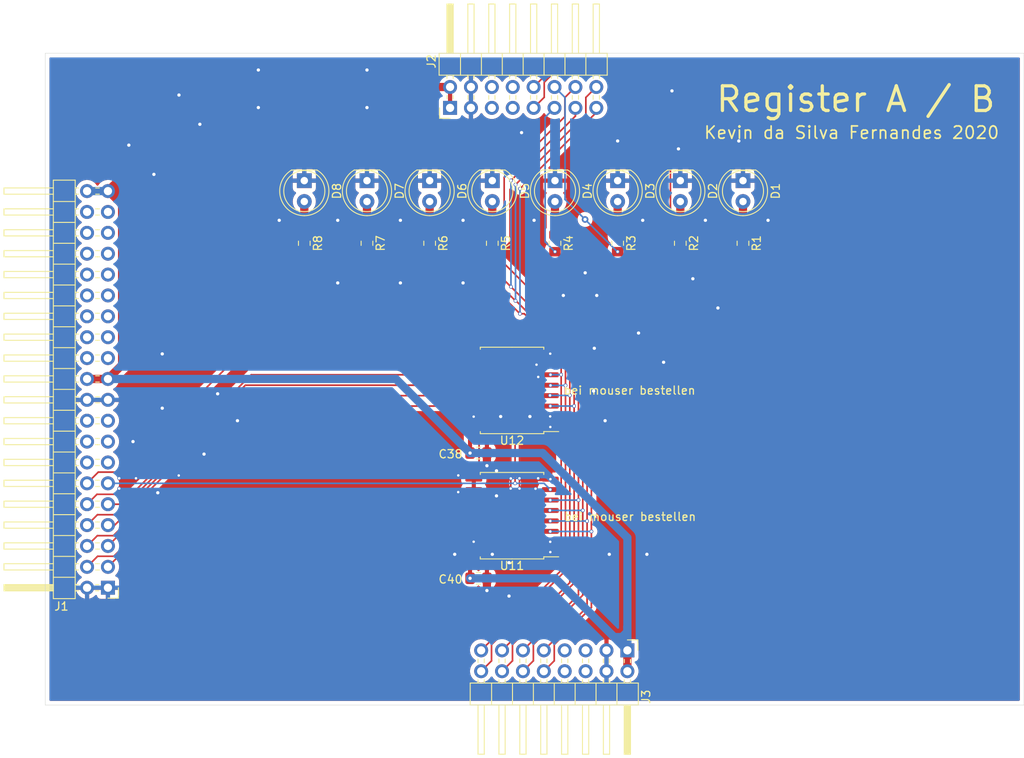
<source format=kicad_pcb>
(kicad_pcb (version 20200625) (host pcbnew "(5.99.0-2101-geb1ff80d5)")
  (layers (0 "F.Cu" signal) (31 "B.Cu" signal) (34 "B.Paste" user hide) (35 "F.Paste" user hide) (36 "B.SilkS" user hide) (37 "F.SilkS" user) (38 "B.Mask" user hide) (39 "F.Mask" user hide) (44 "Edge.Cuts" user))
  (net 0 "")
  (net 1 "GND")
  (net 2 "+5V")
  (net 3 "Net-(D1-Pad2)")
  (net 4 "Net-(D2-Pad2)")
  (net 5 "Net-(D3-Pad2)")
  (net 6 "Net-(D4-Pad2)")
  (net 7 "Net-(D5-Pad2)")
  (net 8 "Net-(D6-Pad2)")
  (net 9 "Net-(D7-Pad2)")
  (net 10 "Net-(D8-Pad2)")
  (net 11 "~AI")
  (net 12 "CLK")
  (net 13 "/D7")
  (net 14 "/D6")
  (net 15 "/D5")
  (net 16 "/D4")
  (net 17 "/D3")
  (net 18 "/D2")
  (net 19 "/D1")
  (net 20 "/D0")
  (net 21 "/RA2")
  (net 22 "/RA3")
  (net 23 "/RA4")
  (net 24 "/RA5")
  (net 25 "/RA6")
  (net 26 "/RA7")
  (net 27 "/RA0")
  (net 28 "/RA1")
  (module "Package_SO:SOIC-16W_7.5x10.3mm_P1.27mm" (layer "F.Cu") (at 56.754986 41.020028 180)
    (fp_text reference "U12" (at 0 -6.1) (layer "F.SilkS"))
    (fp_text value "74LS173")
    (pad "16" smd roundrect (at 4.65 -4.445 180) (size 2.05 0.6) (layers "F.Cu" "F.Paste" "F.Mask") (net 2 "+5V"))
    (pad "15" smd roundrect (at 4.65 -3.175 180) (size 2.05 0.6) (layers "F.Cu" "F.Paste" "F.Mask") (net 1 "GND"))
    (pad "14" smd roundrect (at 4.65 -1.905 180) (size 2.05 0.6) (layers "F.Cu" "F.Paste" "F.Mask") (net 16 "/D4"))
    (pad "13" smd roundrect (at 4.65 -0.635 180) (size 2.05 0.6) (layers "F.Cu" "F.Paste" "F.Mask") (net 15 "/D5"))
    (pad "12" smd roundrect (at 4.65 0.635 180) (size 2.05 0.6) (layers "F.Cu" "F.Paste" "F.Mask") (net 14 "/D6"))
    (pad "11" smd roundrect (at 4.65 1.905 180) (size 2.05 0.6) (layers "F.Cu" "F.Paste" "F.Mask") (net 13 "/D7"))
    (pad "10" smd roundrect (at 4.65 3.175 180) (size 2.05 0.6) (layers "F.Cu" "F.Paste" "F.Mask") (net 11 "~AI"))
    (pad "9" smd roundrect (at 4.65 4.445 180) (size 2.05 0.6) (layers "F.Cu" "F.Paste" "F.Mask") (net 11 "~AI"))
    (pad "8" smd roundrect (at -4.65 4.445 180) (size 2.05 0.6) (layers "F.Cu" "F.Paste" "F.Mask") (net 1 "GND"))
    (pad "7" smd roundrect (at -4.65 3.175 180) (size 2.05 0.6) (layers "F.Cu" "F.Paste" "F.Mask") (net 12 "CLK"))
    (pad "6" smd roundrect (at -4.65 1.905 180) (size 2.05 0.6) (layers "F.Cu" "F.Paste" "F.Mask") (net 26 "/RA7"))
    (pad "5" smd roundrect (at -4.65 0.635 180) (size 2.05 0.6) (layers "F.Cu" "F.Paste" "F.Mask") (net 25 "/RA6"))
    (pad "4" smd roundrect (at -4.65 -0.635 180) (size 2.05 0.6) (layers "F.Cu" "F.Paste" "F.Mask") (net 24 "/RA5"))
    (pad "3" smd roundrect (at -4.65 -1.905 180) (size 2.05 0.6) (layers "F.Cu" "F.Paste" "F.Mask") (net 23 "/RA4"))
    (pad "2" smd roundrect (at -4.65 -3.175 180) (size 2.05 0.6) (layers "F.Cu" "F.Paste" "F.Mask") (net 1 "GND"))
    (pad "1" smd roundrect (at -4.65 -4.445 180) (size 2.05 0.6) (layers "F.Cu" "F.Paste" "F.Mask") (net 1 "GND"))
  )
  (module "Package_SO:SOIC-16W_7.5x10.3mm_P1.27mm" (layer "F.Cu") (at 56.754986 56.260028 180)
    (fp_text reference "U11" (at 0 -6.1) (layer "F.SilkS"))
    (fp_text value "74LS173")
    (pad "16" smd roundrect (at 4.65 -4.445 180) (size 2.05 0.6) (layers "F.Cu" "F.Paste" "F.Mask") (net 2 "+5V"))
    (pad "15" smd roundrect (at 4.65 -3.175 180) (size 2.05 0.6) (layers "F.Cu" "F.Paste" "F.Mask") (net 1 "GND"))
    (pad "14" smd roundrect (at 4.65 -1.905 180) (size 2.05 0.6) (layers "F.Cu" "F.Paste" "F.Mask") (net 20 "/D0"))
    (pad "13" smd roundrect (at 4.65 -0.635 180) (size 2.05 0.6) (layers "F.Cu" "F.Paste" "F.Mask") (net 19 "/D1"))
    (pad "12" smd roundrect (at 4.65 0.635 180) (size 2.05 0.6) (layers "F.Cu" "F.Paste" "F.Mask") (net 18 "/D2"))
    (pad "11" smd roundrect (at 4.65 1.905 180) (size 2.05 0.6) (layers "F.Cu" "F.Paste" "F.Mask") (net 17 "/D3"))
    (pad "10" smd roundrect (at 4.65 3.175 180) (size 2.05 0.6) (layers "F.Cu" "F.Paste" "F.Mask") (net 11 "~AI"))
    (pad "9" smd roundrect (at 4.65 4.445 180) (size 2.05 0.6) (layers "F.Cu" "F.Paste" "F.Mask") (net 11 "~AI"))
    (pad "8" smd roundrect (at -4.65 4.445 180) (size 2.05 0.6) (layers "F.Cu" "F.Paste" "F.Mask") (net 1 "GND"))
    (pad "7" smd roundrect (at -4.65 3.175 180) (size 2.05 0.6) (layers "F.Cu" "F.Paste" "F.Mask") (net 12 "CLK"))
    (pad "6" smd roundrect (at -4.65 1.905 180) (size 2.05 0.6) (layers "F.Cu" "F.Paste" "F.Mask") (net 22 "/RA3"))
    (pad "5" smd roundrect (at -4.65 0.635 180) (size 2.05 0.6) (layers "F.Cu" "F.Paste" "F.Mask") (net 21 "/RA2"))
    (pad "4" smd roundrect (at -4.65 -0.635 180) (size 2.05 0.6) (layers "F.Cu" "F.Paste" "F.Mask") (net 28 "/RA1"))
    (pad "3" smd roundrect (at -4.65 -1.905 180) (size 2.05 0.6) (layers "F.Cu" "F.Paste" "F.Mask") (net 27 "/RA0"))
    (pad "2" smd roundrect (at -4.65 -3.175 180) (size 2.05 0.6) (layers "F.Cu" "F.Paste" "F.Mask") (net 1 "GND"))
    (pad "1" smd roundrect (at -4.65 -4.445 180) (size 2.05 0.6) (layers "F.Cu" "F.Paste" "F.Mask") (net 1 "GND"))
  )
  (module "Connector_PinHeader_2.54mm:PinHeader_2x08_P2.54mm_Horizontal" (layer "F.Cu") (at 70.78 72.644 -90)
    (fp_text reference "J3" (at 5.655 -2.27 -90) (layer "F.SilkS"))
    (fp_text value "Conn_02x08_Counter_Clockwise")
    (pad "16" thru_hole oval (at 2.54 17.78 270) (size 1.7 1.7) (drill 1) (layers *.Cu *.Mask) (net 25 "/RA6"))
    (pad "15" thru_hole oval (at 0 17.78 270) (size 1.7 1.7) (drill 1) (layers *.Cu *.Mask) (net 26 "/RA7"))
    (pad "14" thru_hole oval (at 2.54 15.24 270) (size 1.7 1.7) (drill 1) (layers *.Cu *.Mask) (net 23 "/RA4"))
    (pad "13" thru_hole oval (at 0 15.24 270) (size 1.7 1.7) (drill 1) (layers *.Cu *.Mask) (net 24 "/RA5"))
    (pad "12" thru_hole oval (at 2.54 12.7 270) (size 1.7 1.7) (drill 1) (layers *.Cu *.Mask) (net 21 "/RA2"))
    (pad "11" thru_hole oval (at 0 12.7 270) (size 1.7 1.7) (drill 1) (layers *.Cu *.Mask) (net 22 "/RA3"))
    (pad "10" thru_hole oval (at 2.54 10.16 270) (size 1.7 1.7) (drill 1) (layers *.Cu *.Mask) (net 27 "/RA0"))
    (pad "9" thru_hole oval (at 0 10.16 270) (size 1.7 1.7) (drill 1) (layers *.Cu *.Mask) (net 28 "/RA1"))
    (pad "8" thru_hole oval (at 2.54 7.62 270) (size 1.7 1.7) (drill 1) (layers *.Cu *.Mask))
    (pad "7" thru_hole oval (at 0 7.62 270) (size 1.7 1.7) (drill 1) (layers *.Cu *.Mask))
    (pad "6" thru_hole oval (at 2.54 5.08 270) (size 1.7 1.7) (drill 1) (layers *.Cu *.Mask))
    (pad "5" thru_hole oval (at 0 5.08 270) (size 1.7 1.7) (drill 1) (layers *.Cu *.Mask))
    (pad "4" thru_hole oval (at 2.54 2.54 270) (size 1.7 1.7) (drill 1) (layers *.Cu *.Mask) (net 1 "GND"))
    (pad "3" thru_hole oval (at 0 2.54 270) (size 1.7 1.7) (drill 1) (layers *.Cu *.Mask) (net 1 "GND"))
    (pad "2" thru_hole oval (at 2.54 0 270) (size 1.7 1.7) (drill 1) (layers *.Cu *.Mask) (net 2 "+5V"))
    (pad "1" thru_hole rect (at 0 0 270) (size 1.7 1.7) (drill 1) (layers *.Cu *.Mask) (net 2 "+5V"))
  )
  (module "Connector_PinHeader_2.54mm:PinHeader_2x08_P2.54mm_Horizontal" (layer "F.Cu") (at 49.22 6.64 90)
    (fp_text reference "J2" (at 5.655 -2.27 90) (layer "F.SilkS"))
    (fp_text value "Conn_02x08_Counter_Clockwise")
    (pad "16" thru_hole oval (at 2.54 17.78 90) (size 1.7 1.7) (drill 1) (layers *.Cu *.Mask) (net 25 "/RA6"))
    (pad "15" thru_hole oval (at 0 17.78 90) (size 1.7 1.7) (drill 1) (layers *.Cu *.Mask) (net 26 "/RA7"))
    (pad "14" thru_hole oval (at 2.54 15.24 90) (size 1.7 1.7) (drill 1) (layers *.Cu *.Mask) (net 23 "/RA4"))
    (pad "13" thru_hole oval (at 0 15.24 90) (size 1.7 1.7) (drill 1) (layers *.Cu *.Mask) (net 24 "/RA5"))
    (pad "12" thru_hole oval (at 2.54 12.7 90) (size 1.7 1.7) (drill 1) (layers *.Cu *.Mask) (net 21 "/RA2"))
    (pad "11" thru_hole oval (at 0 12.7 90) (size 1.7 1.7) (drill 1) (layers *.Cu *.Mask) (net 22 "/RA3"))
    (pad "10" thru_hole oval (at 2.54 10.16 90) (size 1.7 1.7) (drill 1) (layers *.Cu *.Mask) (net 27 "/RA0"))
    (pad "9" thru_hole oval (at 0 10.16 90) (size 1.7 1.7) (drill 1) (layers *.Cu *.Mask) (net 28 "/RA1"))
    (pad "8" thru_hole oval (at 2.54 7.62 90) (size 1.7 1.7) (drill 1) (layers *.Cu *.Mask))
    (pad "7" thru_hole oval (at 0 7.62 90) (size 1.7 1.7) (drill 1) (layers *.Cu *.Mask))
    (pad "6" thru_hole oval (at 2.54 5.08 90) (size 1.7 1.7) (drill 1) (layers *.Cu *.Mask))
    (pad "5" thru_hole oval (at 0 5.08 90) (size 1.7 1.7) (drill 1) (layers *.Cu *.Mask))
    (pad "4" thru_hole oval (at 2.54 2.54 90) (size 1.7 1.7) (drill 1) (layers *.Cu *.Mask) (net 1 "GND"))
    (pad "3" thru_hole oval (at 0 2.54 90) (size 1.7 1.7) (drill 1) (layers *.Cu *.Mask) (net 1 "GND"))
    (pad "2" thru_hole oval (at 2.54 0 90) (size 1.7 1.7) (drill 1) (layers *.Cu *.Mask) (net 2 "+5V"))
    (pad "1" thru_hole rect (at 0 0 90) (size 1.7 1.7) (drill 1) (layers *.Cu *.Mask) (net 2 "+5V"))
  )
  (module "Connector_PinHeader_2.54mm:PinHeader_2x20_P2.54mm_Horizontal" (layer "F.Cu") (at 7.62 65.024 180)
    (fp_text reference "J1" (at 5.655 -2.27) (layer "F.SilkS"))
    (fp_text value "Conn_02x20_Counter_Clockwise")
    (pad "40" thru_hole oval (at 2.54 48.26 180) (size 1.7 1.7) (drill 1) (layers *.Cu *.Mask) (net 2 "+5V"))
    (pad "39" thru_hole oval (at 0 48.26 180) (size 1.7 1.7) (drill 1) (layers *.Cu *.Mask) (net 2 "+5V"))
    (pad "38" thru_hole oval (at 2.54 45.72 180) (size 1.7 1.7) (drill 1) (layers *.Cu *.Mask))
    (pad "37" thru_hole oval (at 0 45.72 180) (size 1.7 1.7) (drill 1) (layers *.Cu *.Mask))
    (pad "36" thru_hole oval (at 2.54 43.18 180) (size 1.7 1.7) (drill 1) (layers *.Cu *.Mask))
    (pad "35" thru_hole oval (at 0 43.18 180) (size 1.7 1.7) (drill 1) (layers *.Cu *.Mask))
    (pad "34" thru_hole oval (at 2.54 40.64 180) (size 1.7 1.7) (drill 1) (layers *.Cu *.Mask))
    (pad "33" thru_hole oval (at 0 40.64 180) (size 1.7 1.7) (drill 1) (layers *.Cu *.Mask))
    (pad "32" thru_hole oval (at 2.54 38.1 180) (size 1.7 1.7) (drill 1) (layers *.Cu *.Mask))
    (pad "31" thru_hole oval (at 0 38.1 180) (size 1.7 1.7) (drill 1) (layers *.Cu *.Mask))
    (pad "30" thru_hole oval (at 2.54 35.56 180) (size 1.7 1.7) (drill 1) (layers *.Cu *.Mask))
    (pad "29" thru_hole oval (at 0 35.56 180) (size 1.7 1.7) (drill 1) (layers *.Cu *.Mask))
    (pad "28" thru_hole oval (at 2.54 33.02 180) (size 1.7 1.7) (drill 1) (layers *.Cu *.Mask))
    (pad "27" thru_hole oval (at 0 33.02 180) (size 1.7 1.7) (drill 1) (layers *.Cu *.Mask))
    (pad "26" thru_hole oval (at 2.54 30.48 180) (size 1.7 1.7) (drill 1) (layers *.Cu *.Mask))
    (pad "25" thru_hole oval (at 0 30.48 180) (size 1.7 1.7) (drill 1) (layers *.Cu *.Mask))
    (pad "24" thru_hole oval (at 2.54 27.94 180) (size 1.7 1.7) (drill 1) (layers *.Cu *.Mask))
    (pad "23" thru_hole oval (at 0 27.94 180) (size 1.7 1.7) (drill 1) (layers *.Cu *.Mask))
    (pad "22" thru_hole oval (at 2.54 25.4 180) (size 1.7 1.7) (drill 1) (layers *.Cu *.Mask) (net 2 "+5V"))
    (pad "21" thru_hole oval (at 0 25.4 180) (size 1.7 1.7) (drill 1) (layers *.Cu *.Mask) (net 2 "+5V"))
    (pad "20" thru_hole oval (at 2.54 22.86 180) (size 1.7 1.7) (drill 1) (layers *.Cu *.Mask) (net 1 "GND"))
    (pad "19" thru_hole oval (at 0 22.86 180) (size 1.7 1.7) (drill 1) (layers *.Cu *.Mask) (net 1 "GND"))
    (pad "18" thru_hole oval (at 2.54 20.32 180) (size 1.7 1.7) (drill 1) (layers *.Cu *.Mask))
    (pad "17" thru_hole oval (at 0 20.32 180) (size 1.7 1.7) (drill 1) (layers *.Cu *.Mask))
    (pad "16" thru_hole oval (at 2.54 17.78 180) (size 1.7 1.7) (drill 1) (layers *.Cu *.Mask))
    (pad "15" thru_hole oval (at 0 17.78 180) (size 1.7 1.7) (drill 1) (layers *.Cu *.Mask))
    (pad "14" thru_hole oval (at 2.54 15.24 180) (size 1.7 1.7) (drill 1) (layers *.Cu *.Mask))
    (pad "13" thru_hole oval (at 0 15.24 180) (size 1.7 1.7) (drill 1) (layers *.Cu *.Mask))
    (pad "12" thru_hole oval (at 2.54 12.7 180) (size 1.7 1.7) (drill 1) (layers *.Cu *.Mask) (net 11 "~AI"))
    (pad "11" thru_hole oval (at 0 12.7 180) (size 1.7 1.7) (drill 1) (layers *.Cu *.Mask) (net 12 "CLK"))
    (pad "10" thru_hole oval (at 2.54 10.16 180) (size 1.7 1.7) (drill 1) (layers *.Cu *.Mask) (net 13 "/D7"))
    (pad "9" thru_hole oval (at 0 10.16 180) (size 1.7 1.7) (drill 1) (layers *.Cu *.Mask) (net 14 "/D6"))
    (pad "8" thru_hole oval (at 2.54 7.62 180) (size 1.7 1.7) (drill 1) (layers *.Cu *.Mask) (net 15 "/D5"))
    (pad "7" thru_hole oval (at 0 7.62 180) (size 1.7 1.7) (drill 1) (layers *.Cu *.Mask) (net 16 "/D4"))
    (pad "6" thru_hole oval (at 2.54 5.08 180) (size 1.7 1.7) (drill 1) (layers *.Cu *.Mask) (net 17 "/D3"))
    (pad "5" thru_hole oval (at 0 5.08 180) (size 1.7 1.7) (drill 1) (layers *.Cu *.Mask) (net 18 "/D2"))
    (pad "4" thru_hole oval (at 2.54 2.54 180) (size 1.7 1.7) (drill 1) (layers *.Cu *.Mask) (net 19 "/D1"))
    (pad "3" thru_hole oval (at 0 2.54 180) (size 1.7 1.7) (drill 1) (layers *.Cu *.Mask) (net 20 "/D0"))
    (pad "2" thru_hole oval (at 2.54 0 180) (size 1.7 1.7) (drill 1) (layers *.Cu *.Mask) (net 1 "GND"))
    (pad "1" thru_hole rect (at 0 0 180) (size 1.7 1.7) (drill 1) (layers *.Cu *.Mask) (net 1 "GND"))
  )
  (module "Resistor_SMD:R_0805_2012Metric_Pad1.15x1.40mm_HandSolder" (layer "F.Cu") (at 31.496 23.114 -90)
    (fp_text reference "R8" (at 0 -1.65 90) (layer "F.SilkS"))
    (fp_text value "R")
    (pad "2" smd roundrect (at 1.025 0 270) (size 1.15 1.4) (layers "F.Cu" "F.Paste" "F.Mask") (roundrect_rratio 0.217391) (net 26 "/RA7"))
    (pad "1" smd roundrect (at -1.025 0 270) (size 1.15 1.4) (layers "F.Cu" "F.Paste" "F.Mask") (roundrect_rratio 0.217391) (net 10 "Net-(D8-Pad2)"))
  )
  (module "Resistor_SMD:R_0805_2012Metric_Pad1.15x1.40mm_HandSolder" (layer "F.Cu") (at 39.116 23.114 -90)
    (fp_text reference "R7" (at 0 -1.65 90) (layer "F.SilkS"))
    (fp_text value "R")
    (pad "2" smd roundrect (at 1.025 0 270) (size 1.15 1.4) (layers "F.Cu" "F.Paste" "F.Mask") (roundrect_rratio 0.217391) (net 25 "/RA6"))
    (pad "1" smd roundrect (at -1.025 0 270) (size 1.15 1.4) (layers "F.Cu" "F.Paste" "F.Mask") (roundrect_rratio 0.217391) (net 9 "Net-(D7-Pad2)"))
  )
  (module "Resistor_SMD:R_0805_2012Metric_Pad1.15x1.40mm_HandSolder" (layer "F.Cu") (at 46.736 23.114 -90)
    (fp_text reference "R6" (at 0 -1.65 90) (layer "F.SilkS"))
    (fp_text value "R")
    (pad "2" smd roundrect (at 1.025 0 270) (size 1.15 1.4) (layers "F.Cu" "F.Paste" "F.Mask") (roundrect_rratio 0.217391) (net 24 "/RA5"))
    (pad "1" smd roundrect (at -1.025 0 270) (size 1.15 1.4) (layers "F.Cu" "F.Paste" "F.Mask") (roundrect_rratio 0.217391) (net 8 "Net-(D6-Pad2)"))
  )
  (module "Resistor_SMD:R_0805_2012Metric_Pad1.15x1.40mm_HandSolder" (layer "F.Cu") (at 54.356 23.114 -90)
    (fp_text reference "R5" (at 0 -1.65 90) (layer "F.SilkS"))
    (fp_text value "R")
    (pad "2" smd roundrect (at 1.025 0 270) (size 1.15 1.4) (layers "F.Cu" "F.Paste" "F.Mask") (roundrect_rratio 0.217391) (net 23 "/RA4"))
    (pad "1" smd roundrect (at -1.025 0 270) (size 1.15 1.4) (layers "F.Cu" "F.Paste" "F.Mask") (roundrect_rratio 0.217391) (net 7 "Net-(D5-Pad2)"))
  )
  (module "Resistor_SMD:R_0805_2012Metric_Pad1.15x1.40mm_HandSolder" (layer "F.Cu") (at 61.976 23.114 -90)
    (fp_text reference "R4" (at 0 -1.65 90) (layer "F.SilkS"))
    (fp_text value "R")
    (pad "2" smd roundrect (at 1.025 0 270) (size 1.15 1.4) (layers "F.Cu" "F.Paste" "F.Mask") (roundrect_rratio 0.217391) (net 22 "/RA3"))
    (pad "1" smd roundrect (at -1.025 0 270) (size 1.15 1.4) (layers "F.Cu" "F.Paste" "F.Mask") (roundrect_rratio 0.217391) (net 6 "Net-(D4-Pad2)"))
  )
  (module "Resistor_SMD:R_0805_2012Metric_Pad1.15x1.40mm_HandSolder" (layer "F.Cu") (at 69.596 23.114 -90)
    (fp_text reference "R3" (at 0 -1.65 90) (layer "F.SilkS"))
    (fp_text value "R")
    (pad "2" smd roundrect (at 1.025 0 270) (size 1.15 1.4) (layers "F.Cu" "F.Paste" "F.Mask") (roundrect_rratio 0.217391) (net 21 "/RA2"))
    (pad "1" smd roundrect (at -1.025 0 270) (size 1.15 1.4) (layers "F.Cu" "F.Paste" "F.Mask") (roundrect_rratio 0.217391) (net 5 "Net-(D3-Pad2)"))
  )
  (module "Resistor_SMD:R_0805_2012Metric_Pad1.15x1.40mm_HandSolder" (layer "F.Cu") (at 77.216 23.114 -90)
    (fp_text reference "R2" (at 0 -1.65 90) (layer "F.SilkS"))
    (fp_text value "R")
    (pad "2" smd roundrect (at 1.025 0 270) (size 1.15 1.4) (layers "F.Cu" "F.Paste" "F.Mask") (roundrect_rratio 0.217391) (net 28 "/RA1"))
    (pad "1" smd roundrect (at -1.025 0 270) (size 1.15 1.4) (layers "F.Cu" "F.Paste" "F.Mask") (roundrect_rratio 0.217391) (net 4 "Net-(D2-Pad2)"))
  )
  (module "Resistor_SMD:R_0805_2012Metric_Pad1.15x1.40mm_HandSolder" (layer "F.Cu") (at 84.836 23.114 -90)
    (fp_text reference "R1" (at 0 -1.65 90) (layer "F.SilkS"))
    (fp_text value "R")
    (pad "2" smd roundrect (at 1.025 0 270) (size 1.15 1.4) (layers "F.Cu" "F.Paste" "F.Mask") (roundrect_rratio 0.217391) (net 27 "/RA0"))
    (pad "1" smd roundrect (at -1.025 0 270) (size 1.15 1.4) (layers "F.Cu" "F.Paste" "F.Mask") (roundrect_rratio 0.217391) (net 3 "Net-(D1-Pad2)"))
  )
  (module "LED_THT:LED_D5.0mm" (layer "F.Cu") (at 31.496 15.494 -90)
    (fp_text reference "D8" (at 1.27 -3.96 90) (layer "F.SilkS"))
    (fp_text value "LED")
    (pad "2" thru_hole circle (at 2.54 0 270) (size 1.8 1.8) (drill 0.9) (layers *.Cu *.Mask) (net 10 "Net-(D8-Pad2)"))
    (pad "1" thru_hole rect (at 0 0 270) (size 1.8 1.8) (drill 0.9) (layers *.Cu *.Mask) (net 1 "GND"))
  )
  (module "LED_THT:LED_D5.0mm" (layer "F.Cu") (at 39.116 15.494 -90)
    (fp_text reference "D7" (at 1.27 -3.96 90) (layer "F.SilkS"))
    (fp_text value "LED")
    (pad "2" thru_hole circle (at 2.54 0 270) (size 1.8 1.8) (drill 0.9) (layers *.Cu *.Mask) (net 9 "Net-(D7-Pad2)"))
    (pad "1" thru_hole rect (at 0 0 270) (size 1.8 1.8) (drill 0.9) (layers *.Cu *.Mask) (net 1 "GND"))
  )
  (module "LED_THT:LED_D5.0mm" (layer "F.Cu") (at 46.736 15.494 -90)
    (fp_text reference "D6" (at 1.27 -3.96 90) (layer "F.SilkS"))
    (fp_text value "LED")
    (pad "2" thru_hole circle (at 2.54 0 270) (size 1.8 1.8) (drill 0.9) (layers *.Cu *.Mask) (net 8 "Net-(D6-Pad2)"))
    (pad "1" thru_hole rect (at 0 0 270) (size 1.8 1.8) (drill 0.9) (layers *.Cu *.Mask) (net 1 "GND"))
  )
  (module "LED_THT:LED_D5.0mm" (layer "F.Cu") (at 54.356 15.494 -90)
    (fp_text reference "D5" (at 1.27 -3.96 90) (layer "F.SilkS"))
    (fp_text value "LED")
    (pad "2" thru_hole circle (at 2.54 0 270) (size 1.8 1.8) (drill 0.9) (layers *.Cu *.Mask) (net 7 "Net-(D5-Pad2)"))
    (pad "1" thru_hole rect (at 0 0 270) (size 1.8 1.8) (drill 0.9) (layers *.Cu *.Mask) (net 1 "GND"))
  )
  (module "LED_THT:LED_D5.0mm" (layer "F.Cu") (at 61.976 15.494 -90)
    (fp_text reference "D4" (at 1.27 -3.96 90) (layer "F.SilkS"))
    (fp_text value "LED")
    (pad "2" thru_hole circle (at 2.54 0 270) (size 1.8 1.8) (drill 0.9) (layers *.Cu *.Mask) (net 6 "Net-(D4-Pad2)"))
    (pad "1" thru_hole rect (at 0 0 270) (size 1.8 1.8) (drill 0.9) (layers *.Cu *.Mask) (net 1 "GND"))
  )
  (module "LED_THT:LED_D5.0mm" (layer "F.Cu") (at 69.596 15.494 -90)
    (fp_text reference "D3" (at 1.27 -3.96 90) (layer "F.SilkS"))
    (fp_text value "LED")
    (pad "2" thru_hole circle (at 2.54 0 270) (size 1.8 1.8) (drill 0.9) (layers *.Cu *.Mask) (net 5 "Net-(D3-Pad2)"))
    (pad "1" thru_hole rect (at 0 0 270) (size 1.8 1.8) (drill 0.9) (layers *.Cu *.Mask) (net 1 "GND"))
  )
  (module "LED_THT:LED_D5.0mm" (layer "F.Cu") (at 77.216 15.494 -90)
    (fp_text reference "D2" (at 1.27 -3.96 90) (layer "F.SilkS"))
    (fp_text value "LED")
    (pad "2" thru_hole circle (at 2.54 0 270) (size 1.8 1.8) (drill 0.9) (layers *.Cu *.Mask) (net 4 "Net-(D2-Pad2)"))
    (pad "1" thru_hole rect (at 0 0 270) (size 1.8 1.8) (drill 0.9) (layers *.Cu *.Mask) (net 1 "GND"))
  )
  (module "LED_THT:LED_D5.0mm" (layer "F.Cu") (at 84.836 15.494 -90)
    (fp_text reference "D1" (at 1.27 -3.96 90) (layer "F.SilkS"))
    (fp_text value "LED")
    (pad "2" thru_hole circle (at 2.54 0 270) (size 1.8 1.8) (drill 0.9) (layers *.Cu *.Mask) (net 3 "Net-(D1-Pad2)"))
    (pad "1" thru_hole rect (at 0 0 270) (size 1.8 1.8) (drill 0.9) (layers *.Cu *.Mask) (net 1 "GND"))
  )
  (module "Capacitor_SMD:C_0805_2012Metric_Pad1.15x1.40mm_HandSolder" (layer "F.Cu") (at 52.674986 63.880028)
    (fp_text reference "C40" (at -3.398986 0.127972) (layer "F.SilkS"))
    (fp_text value "C")
    (pad "2" smd roundrect (at 1.025 0) (size 1.15 1.4) (layers "F.Cu" "F.Paste" "F.Mask") (roundrect_rratio 0.217391) (net 1 "GND"))
    (pad "1" smd roundrect (at -1.025 0) (size 1.15 1.4) (layers "F.Cu" "F.Paste" "F.Mask") (roundrect_rratio 0.217391) (net 2 "+5V"))
  )
  (module "Capacitor_SMD:C_0805_2012Metric_Pad1.15x1.40mm_HandSolder" (layer "F.Cu") (at 52.674986 48.640028)
    (fp_text reference "C38" (at -3.398986 0.127972) (layer "F.SilkS"))
    (fp_text value "C")
    (pad "2" smd roundrect (at 1.025 0) (size 1.15 1.4) (layers "F.Cu" "F.Paste" "F.Mask") (roundrect_rratio 0.217391) (net 1 "GND"))
    (pad "1" smd roundrect (at -1.025 0) (size 1.15 1.4) (layers "F.Cu" "F.Paste" "F.Mask") (roundrect_rratio 0.217391) (net 2 "+5V"))
  )
  (gr_text "Kevin da Silva Fernandes 2020" (at 98.044 9.652) (layer "F.SilkS") (effects (font (size 1.5 1.5) (thickness 0.2))))
  (gr_text "Register A / B" (at 98.552 5.588) (layer "F.SilkS") (effects (font (size 3 3) (thickness 0.4))))
  (gr_text "bei mouser bestellen" (at 71.12 56.388) (layer "F.SilkS") (effects (font (size 1 1))))
  (gr_line (start 0 79.3) (end 0 0) (layer "Edge.Cuts") (width 0.05))
  (gr_line (start 119 0) (end 119 79.3) (layer "Edge.Cuts") (width 0.05))
  (gr_line (start 0 79.3) (end 119 79.3) (layer "Edge.Cuts") (width 0.05))
  (gr_text "bei mouser bestellen" (at 71.044986 41.020028) (layer "F.SilkS") (effects (font (size 1 1))))
  (gr_line (start 0 0) (end 119 0) (layer "Edge.Cuts") (width 0.05))
  (segment (start 51.73 25.7) (end 33.057 25.7) (width 0.2) (layer "F.Cu") (net 26))
  (segment (start 57.72 31.69) (end 51.73 25.7) (width 0.2) (layer "F.Cu") (net 26))
  (segment (start 33.057 25.7) (end 31.496 24.139) (width 0.2) (layer "F.Cu") (net 26))
  (via (at 11.03 51.71) (size 0.45) (drill 0.3) (layers "F.Cu" "B.Cu") (net 1))
  (segment (start 11.03 51.71) (end 59.93 51.71) (width 0.2) (layer "B.Cu") (net 1))
  (via (at 16.23 51.37) (size 0.45) (drill 0.3) (layers "F.Cu" "B.Cu") (net 1))
  (via (at 50.22 51.36) (size 0.45) (drill 0.3) (layers "F.Cu" "B.Cu") (net 1))
  (via (at 50.21 53.39) (size 0.45) (drill 0.3) (layers "F.Cu" "B.Cu") (net 1))
  (via (at 13.68 53.47) (size 0.8) (drill 0.4) (layers "F.Cu" "B.Cu") (net 1))
  (via (at 20.96 41.43) (size 0.8) (drill 0.4) (layers "F.Cu" "B.Cu") (net 1))
  (via (at 66.76 35.89) (size 0.8) (drill 0.4) (layers "F.Cu" "B.Cu") (net 1))
  (via (at 66.67 41.09) (size 0.8) (drill 0.4) (layers "F.Cu" "B.Cu") (net 1))
  (via (at 65.65 26.71) (size 0.8) (drill 0.4) (layers "F.Cu" "B.Cu") (net 1))
  (via (at 76.99 11.63) (size 0.8) (drill 0.4) (layers "F.Cu" "B.Cu") (net 1))
  (via (at 58.928 44.196) (size 0.8) (drill 0.4) (layers "F.Cu" "B.Cu") (net 1))
  (via (at 55.372 44.196) (size 0.8) (drill 0.4) (layers "F.Cu" "B.Cu") (net 1))
  (via (at 68.072 44.704) (size 0.8) (drill 0.4) (layers "F.Cu" "B.Cu") (net 1))
  (via (at 75.184 37.592) (size 0.8) (drill 0.4) (layers "F.Cu" "B.Cu") (net 1))
  (via (at 72.136 34.036) (size 0.8) (drill 0.4) (layers "F.Cu" "B.Cu") (net 1))
  (via (at 78.74 27.432) (size 0.8) (drill 0.4) (layers "F.Cu" "B.Cu") (net 1))
  (via (at 81.788 30.988) (size 0.8) (drill 0.4) (layers "F.Cu" "B.Cu") (net 1))
  (via (at 84.328 10.668) (size 0.8) (drill 0.4) (layers "F.Cu" "B.Cu") (net 1))
  (via (at 76.2 4.572) (size 0.8) (drill 0.4) (layers "F.Cu" "B.Cu") (net 1))
  (via (at 69.596 10.668) (size 0.8) (drill 0.4) (layers "F.Cu" "B.Cu") (net 1))
  (via (at 57.912 9.652) (size 0.8) (drill 0.4) (layers "F.Cu" "B.Cu") (net 1))
  (via (at 59.436 20.32) (size 0.8) (drill 0.4) (layers "F.Cu" "B.Cu") (net 1))
  (via (at 67.056 29.464) (size 0.8) (drill 0.4) (layers "F.Cu" "B.Cu") (net 1))
  (via (at 62.992 29.464) (size 0.8) (drill 0.4) (layers "F.Cu" "B.Cu") (net 1))
  (via (at 50.8 27.94) (size 0.8) (drill 0.4) (layers "F.Cu" "B.Cu") (net 1))
  (via (at 43.18 27.94) (size 0.8) (drill 0.4) (layers "F.Cu" "B.Cu") (net 1))
  (via (at 35.56 27.94) (size 0.8) (drill 0.4) (layers "F.Cu" "B.Cu") (net 1))
  (via (at 87.884 20.32) (size 0.8) (drill 0.4) (layers "F.Cu" "B.Cu") (net 1))
  (via (at 80.264 20.32) (size 0.8) (drill 0.4) (layers "F.Cu" "B.Cu") (net 1))
  (via (at 72.644 20.32) (size 0.8) (drill 0.4) (layers "F.Cu" "B.Cu") (net 1))
  (via (at 65.636 20.216) (size 0.8) (drill 0.4) (layers "F.Cu" "B.Cu") (net 21))
  (segment (start 65.636 20.216) (end 63.2 17.78) (width 0.2) (layer "B.Cu") (net 21))
  (via (at 50.8 20.32) (size 0.8) (drill 0.4) (layers "F.Cu" "B.Cu") (net 1))
  (via (at 43.18 20.32) (size 0.8) (drill 0.4) (layers "F.Cu" "B.Cu") (net 1))
  (via (at 28.448 20.32) (size 0.8) (drill 0.4) (layers "F.Cu" "B.Cu") (net 1))
  (via (at 35.56 20.32) (size 0.8) (drill 0.4) (layers "F.Cu" "B.Cu") (net 1))
  (via (at 39.116 6.604) (size 0.8) (drill 0.4) (layers "F.Cu" "B.Cu") (net 1))
  (via (at 39.116 2.032) (size 0.8) (drill 0.4) (layers "F.Cu" "B.Cu") (net 1))
  (via (at 25.908 6.604) (size 0.8) (drill 0.4) (layers "F.Cu" "B.Cu") (net 1))
  (via (at 25.908 2.032) (size 0.8) (drill 0.4) (layers "F.Cu" "B.Cu") (net 1))
  (via (at 18.796 8.636) (size 0.8) (drill 0.4) (layers "F.Cu" "B.Cu") (net 1))
  (via (at 16.256 5.08) (size 0.8) (drill 0.4) (layers "F.Cu" "B.Cu") (net 1))
  (via (at 10.16 11.176) (size 0.8) (drill 0.4) (layers "F.Cu" "B.Cu") (net 1))
  (via (at 13.208 14.732) (size 0.8) (drill 0.4) (layers "F.Cu" "B.Cu") (net 1))
  (via (at 14.224 36.576) (size 0.8) (drill 0.4) (layers "F.Cu" "B.Cu") (net 1))
  (via (at 10.668 47.244) (size 0.8) (drill 0.4) (layers "F.Cu" "B.Cu") (net 1))
  (via (at 23.368 44.704) (size 0.8) (drill 0.4) (layers "F.Cu" "B.Cu") (net 1))
  (via (at 14.224 43.18) (size 0.8) (drill 0.4) (layers "F.Cu" "B.Cu") (net 1))
  (via (at 19.304 48.768) (size 0.8) (drill 0.4) (layers "F.Cu" "B.Cu") (net 1))
  (via (at 73.152 60.96) (size 0.8) (drill 0.4) (layers "F.Cu" "B.Cu") (net 1))
  (via (at 68.58 60.96) (size 0.8) (drill 0.4) (layers "F.Cu" "B.Cu") (net 1))
  (via (at 54.356 60.96) (size 0.8) (drill 0.4) (layers "F.Cu" "B.Cu") (net 1))
  (via (at 49.784 60.96) (size 0.8) (drill 0.4) (layers "F.Cu" "B.Cu") (net 1))
  (via (at 56.388 61.976) (size 0.8) (drill 0.4) (layers "F.Cu" "B.Cu") (net 1))
  (via (at 56.388 66.04) (size 0.8) (drill 0.4) (layers "F.Cu" "B.Cu") (net 1))
  (via (at 54.864 53.848) (size 0.8) (drill 0.4) (layers "F.Cu" "B.Cu") (net 1))
  (via (at 54.864 50.8) (size 0.8) (drill 0.4) (layers "F.Cu" "B.Cu") (net 1))
  (segment (start 62.729996 36.175694) (end 58.244302 31.69) (width 0.2) (layer "F.Cu") (net 26))
  (segment (start 62.729996 39.105018) (end 62.729996 36.175694) (width 0.2) (layer "F.Cu") (net 26))
  (segment (start 58.244302 31.69) (end 57.72 31.69) (width 0.2) (layer "F.Cu") (net 26))
  (segment (start 63.254996 36.134996) (end 57.242327 30.122327) (width 0.2) (layer "F.Cu") (net 25))
  (segment (start 63.254996 40.410028) (end 63.254996 36.134996) (width 0.2) (layer "F.Cu") (net 25))
  (segment (start 57.242327 30.122327) (end 57.177673 30.122327) (width 0.2) (layer "F.Cu") (net 25))
  (segment (start 57.66 52.96) (end 59.59 52.96) (width 0.2) (layer "B.Cu") (net 1))
  (segment (start 59.59 52.96) (end 59.61 52.98) (width 0.2) (layer "B.Cu") (net 1))
  (via (at 59.61 52.98) (size 0.45) (drill 0.3) (layers "F.Cu" "B.Cu") (net 1))
  (segment (start 59.58 37.99) (end 56.600999 40.969001) (width 0.2) (layer "F.Cu") (net 1))
  (segment (start 59.83 37.99) (end 59.58 37.99) (width 0.2) (layer "F.Cu") (net 1))
  (segment (start 56.600999 40.969001) (end 56.600999 51.729001) (width 0.2) (layer "F.Cu") (net 1))
  (segment (start 59.93 39.38) (end 57.66 41.65) (width 0.2) (layer "F.Cu") (net 1))
  (segment (start 59.94 39.38) (end 59.93 39.38) (width 0.2) (layer "F.Cu") (net 1))
  (segment (start 57.66 41.65) (end 57.66 51.71) (width 0.2) (layer "F.Cu") (net 1))
  (via (at 59.94 39.38) (size 0.45) (drill 0.3) (layers "F.Cu" "B.Cu") (net 1))
  (segment (start 53.699986 63.880028) (end 53.699986 65.369986) (width 1) (layer "F.Cu") (net 1))
  (via (at 53.7 65.37) (size 0.8) (drill 0.4) (layers "F.Cu" "B.Cu") (net 1))
  (segment (start 53.699986 65.369986) (end 53.7 65.37) (width 1) (layer "F.Cu") (net 1))
  (segment (start 53.7 50.18) (end 53.7 48.640042) (width 1) (layer "F.Cu") (net 1))
  (segment (start 53.7 48.640042) (end 53.699986 48.640028) (width 1) (layer "F.Cu") (net 1))
  (via (at 53.7 50.18) (size 0.8) (drill 0.4) (layers "F.Cu" "B.Cu") (net 1))
  (via (at 52.09 59.43) (size 0.45) (drill 0.3) (layers "F.Cu" "B.Cu") (net 1))
  (via (at 61.41 60.69) (size 0.45) (drill 0.3) (layers "F.Cu" "B.Cu") (net 1))
  (via (at 61.4 59.44) (size 0.45) (drill 0.3) (layers "F.Cu" "B.Cu") (net 1))
  (via (at 61.42 51.82) (size 0.45) (drill 0.3) (layers "F.Cu" "B.Cu") (net 1))
  (via (at 52.09 44.21) (size 0.45) (drill 0.3) (layers "F.Cu" "B.Cu") (net 1))
  (via (at 61.41 45.47) (size 0.45) (drill 0.3) (layers "F.Cu" "B.Cu") (net 1))
  (via (at 61.39 44.18) (size 0.45) (drill 0.3) (layers "F.Cu" "B.Cu") (net 1))
  (via (at 56.600999 51.729001) (size 0.45) (drill 0.3) (layers "F.Cu" "B.Cu") (net 1))
  (segment (start 56.600999 51.729001) (end 56.600999 52.949001) (width 0.2) (layer "F.Cu") (net 1))
  (via (at 57.66 51.71) (size 0.45) (drill 0.3) (layers "F.Cu" "B.Cu") (net 1))
  (segment (start 57.66 51.71) (end 57.66 52.96) (width 0.2) (layer "F.Cu") (net 1))
  (via (at 57.66 52.96) (size 0.45) (drill 0.3) (layers "F.Cu" "B.Cu") (net 1))
  (segment (start 56.59 52.96) (end 57.66 52.96) (width 0.2) (layer "B.Cu") (net 1))
  (segment (start 56.600999 52.949001) (end 56.59 52.96) (width 0.2) (layer "F.Cu") (net 1))
  (segment (start 8.99 52.96) (end 56.59 52.96) (width 0.2) (layer "B.Cu") (net 1))
  (via (at 56.59 52.96) (size 0.45) (drill 0.3) (layers "F.Cu" "B.Cu") (net 1))
  (via (at 59.73 37.89) (size 0.45) (drill 0.3) (layers "F.Cu" "B.Cu") (net 1))
  (segment (start 60.664972 37.845028) (end 57.126 41.384) (width 0.2) (layer "F.Cu") (net 12))
  (segment (start 61.404986 37.845028) (end 60.664972 37.845028) (width 0.2) (layer "F.Cu") (net 12))
  (segment (start 57.126 41.384) (end 57.126 52.324) (width 0.2) (layer "F.Cu") (net 12))
  (segment (start 7.62 52.324) (end 57.126 52.324) (width 0.2) (layer "B.Cu") (net 12))
  (via (at 57.126 52.324) (size 0.45) (drill 0.3) (layers "F.Cu" "B.Cu") (net 12))
  (segment (start 57.126 52.324) (end 60.643958 52.324) (width 0.2) (layer "B.Cu") (net 12))
  (via (at 61.4 36.55) (size 0.45) (drill 0.3) (layers "F.Cu" "B.Cu") (net 1))
  (segment (start 7.62 39.624) (end 42.633958 39.624) (width 1) (layer "B.Cu") (net 2))
  (segment (start 42.633958 39.624) (end 51.649986 48.640028) (width 1) (layer "B.Cu") (net 2))
  (segment (start 10.017 14.367) (end 8.252 16.132) (width 1) (layer "F.Cu") (net 2))
  (segment (start 8.252 16.132) (end 7.62 16.764) (width 1) (layer "F.Cu") (net 2))
  (segment (start 9.34 18.41) (end 9.34 19.07) (width 1) (layer "F.Cu") (net 2))
  (segment (start 9.34 19.07) (end 9.34 37.904) (width 1) (layer "F.Cu") (net 2))
  (segment (start 9.34 19.07) (end 9.34 17.22) (width 1) (layer "F.Cu") (net 2))
  (segment (start 9.34 17.22) (end 8.252 16.132) (width 1) (layer "F.Cu") (net 2))
  (segment (start 7.694 16.764) (end 9.34 18.41) (width 1) (layer "F.Cu") (net 2))
  (segment (start 9.34 18.41) (end 9.34 15.044) (width 1) (layer "F.Cu") (net 2))
  (segment (start 20.284 4.1) (end 10.017 14.367) (width 1) (layer "F.Cu") (net 2))
  (segment (start 9.34 15.044) (end 10.017 14.367) (width 1) (layer "F.Cu") (net 2))
  (segment (start 7.62 16.764) (end 7.694 16.764) (width 1) (layer "F.Cu") (net 2))
  (segment (start 9.34 37.904) (end 7.62 39.624) (width 1) (layer "F.Cu") (net 2))
  (segment (start 5.08 39.624) (end 7.62 39.624) (width 1) (layer "F.Cu") (net 2))
  (segment (start 5.08 16.764) (end 7.62 16.764) (width 1) (layer "B.Cu") (net 2))
  (segment (start 49.22 4.1) (end 20.284 4.1) (width 1) (layer "F.Cu") (net 2))
  (segment (start 51.649986 45.580014) (end 51.764972 45.465028) (width 0.5) (layer "F.Cu") (net 2))
  (segment (start 51.649986 48.640028) (end 51.649986 45.580014) (width 0.5) (layer "F.Cu") (net 2))
  (segment (start 51.764972 45.465028) (end 52.104986 45.465028) (width 0.5) (layer "F.Cu") (net 2))
  (segment (start 51.649986 60.820014) (end 51.764972 60.705028) (width 0.5) (layer "F.Cu") (net 2))
  (segment (start 51.764972 60.705028) (end 52.104986 60.705028) (width 0.5) (layer "F.Cu") (net 2))
  (segment (start 51.649986 63.880028) (end 51.649986 60.820014) (width 0.5) (layer "F.Cu") (net 2))
  (segment (start 69.163 71.027) (end 69.648 71.512) (width 1) (layer "B.Cu") (net 2))
  (segment (start 69.648 71.512) (end 70.78 72.644) (width 1) (layer "B.Cu") (net 2))
  (segment (start 70.78 69.79) (end 70.78 71.33) (width 1) (layer "B.Cu") (net 2))
  (segment (start 70.78 58.946012) (end 70.78 69.79) (width 1) (layer "B.Cu") (net 2))
  (segment (start 70.78 70.38) (end 69.648 71.512) (width 1) (layer "B.Cu") (net 2))
  (segment (start 70.78 69.79) (end 70.78 70.38) (width 1) (layer "B.Cu") (net 2))
  (segment (start 70.78 71.33) (end 70.78 72.644) (width 1) (layer "B.Cu") (net 2))
  (segment (start 69.163 71.027) (end 70.477 71.027) (width 1) (layer "B.Cu") (net 2))
  (segment (start 62.016028 63.880028) (end 69.163 71.027) (width 1) (layer "B.Cu") (net 2))
  (segment (start 70.477 71.027) (end 70.78 71.33) (width 1) (layer "B.Cu") (net 2))
  (segment (start 51.649986 48.640028) (end 60.474016 48.640028) (width 1) (layer "B.Cu") (net 2))
  (segment (start 60.474016 48.640028) (end 70.78 58.946012) (width 1) (layer "B.Cu") (net 2))
  (via (at 51.649986 48.640028) (size 0.8) (drill 0.4) (layers "F.Cu" "B.Cu") (net 2))
  (segment (start 70.78 72.644) (end 70.78 75.184) (width 1) (layer "F.Cu") (net 2))
  (segment (start 51.649986 63.880028) (end 62.016028 63.880028) (width 1) (layer "B.Cu") (net 2))
  (via (at 51.649986 63.880028) (size 0.8) (drill 0.4) (layers "F.Cu" "B.Cu") (net 2))
  (via (at 59.93 51.71) (size 0.45) (drill 0.3) (layers "F.Cu" "B.Cu") (net 1))
  (segment (start 8.99 51.71) (end 11.03 51.71) (width 0.2) (layer "B.Cu") (net 1))
  (via (at 8.99 52.96) (size 0.45) (drill 0.3) (layers "F.Cu" "B.Cu") (net 1))
  (via (at 8.99 51.71) (size 0.45) (drill 0.3) (layers "F.Cu" "B.Cu") (net 1))
  (segment (start 60.643958 52.324) (end 61.404986 53.085028) (width 0.2) (layer "B.Cu") (net 12))
  (via (at 61.404986 53.085028) (size 0.45) (drill 0.3) (layers "F.Cu" "B.Cu") (net 12))
  (segment (start 52.104986 37.845028) (end 52.104986 36.575028) (width 0.5) (layer "F.Cu") (net 11))
  (segment (start 52.104986 51.815028) (end 52.104986 53.085028) (width 0.5) (layer "F.Cu") (net 11))
  (segment (start 52.104986 51.815028) (end 52.734972 51.815028) (width 0.2) (layer "F.Cu") (net 11))
  (segment (start 52.744962 51.805038) (end 52.744962 47.285038) (width 0.2) (layer "F.Cu") (net 11))
  (segment (start 52.734972 51.815028) (end 52.744962 51.805038) (width 0.2) (layer "F.Cu") (net 11))
  (segment (start 52.744962 47.285038) (end 53.429996 46.600004) (width 0.2) (layer "F.Cu") (net 11))
  (segment (start 53.429996 38.469996) (end 52.805028 37.845028) (width 0.2) (layer "F.Cu") (net 11))
  (segment (start 53.429996 46.600004) (end 53.429996 38.469996) (width 0.2) (layer "F.Cu") (net 11))
  (segment (start 52.805028 37.845028) (end 52.104986 37.845028) (width 0.2) (layer "F.Cu") (net 11))
  (segment (start 22.434972 37.845028) (end 9.32 50.96) (width 0.2) (layer "F.Cu") (net 11))
  (segment (start 52.104986 37.845028) (end 22.434972 37.845028) (width 0.2) (layer "F.Cu") (net 11))
  (segment (start 9.32 50.96) (end 6.444 50.96) (width 0.2) (layer "F.Cu") (net 11))
  (segment (start 6.444 50.96) (end 5.08 52.324) (width 0.2) (layer "F.Cu") (net 11))
  (segment (start 25.037878 39.115028) (end 10.492906 53.66) (width 0.2) (layer "F.Cu") (net 13))
  (segment (start 52.104986 39.115028) (end 25.037878 39.115028) (width 0.2) (layer "F.Cu") (net 13))
  (segment (start 10.492906 53.66) (end 6.284 53.66) (width 0.2) (layer "F.Cu") (net 13))
  (segment (start 6.284 53.66) (end 5.08 54.864) (width 0.2) (layer "F.Cu") (net 13))
  (segment (start 24.333576 40.385028) (end 9.854604 54.864) (width 0.2) (layer "F.Cu") (net 14))
  (segment (start 52.104986 40.385028) (end 24.333576 40.385028) (width 0.2) (layer "F.Cu") (net 14))
  (segment (start 9.854604 54.864) (end 7.62 54.864) (width 0.2) (layer "F.Cu") (net 14))
  (segment (start 23.629274 41.655028) (end 9.144302 56.14) (width 0.2) (layer "F.Cu") (net 15))
  (segment (start 52.104986 41.655028) (end 23.629274 41.655028) (width 0.2) (layer "F.Cu") (net 15))
  (segment (start 6.344 56.14) (end 5.08 57.404) (width 0.2) (layer "F.Cu") (net 15))
  (segment (start 9.144302 56.14) (end 6.344 56.14) (width 0.2) (layer "F.Cu") (net 15))
  (segment (start 22.924972 42.925028) (end 8.446 57.404) (width 0.2) (layer "F.Cu") (net 16))
  (segment (start 8.446 57.404) (end 7.62 57.404) (width 0.2) (layer "F.Cu") (net 16))
  (segment (start 52.104986 42.925028) (end 22.924972 42.925028) (width 0.2) (layer "F.Cu") (net 16))
  (segment (start 52.104986 54.355028) (end 12.614972 54.355028) (width 0.2) (layer "F.Cu") (net 17))
  (segment (start 8.28 58.69) (end 6.334 58.69) (width 0.2) (layer "F.Cu") (net 17))
  (segment (start 12.614972 54.355028) (end 8.28 58.69) (width 0.2) (layer "F.Cu") (net 17))
  (segment (start 6.334 58.69) (end 5.08 59.944) (width 0.2) (layer "F.Cu") (net 17))
  (segment (start 52.104986 55.625028) (end 11.938972 55.625028) (width 0.2) (layer "F.Cu") (net 18))
  (segment (start 11.938972 55.625028) (end 7.62 59.944) (width 0.2) (layer "F.Cu") (net 18))
  (segment (start 52.104986 56.895028) (end 12.634972 56.895028) (width 0.2) (layer "F.Cu") (net 19))
  (segment (start 12.634972 56.895028) (end 8.33 61.2) (width 0.2) (layer "F.Cu") (net 19))
  (segment (start 8.33 61.2) (end 6.364 61.2) (width 0.2) (layer "F.Cu") (net 19))
  (segment (start 6.364 61.2) (end 5.08 62.484) (width 0.2) (layer "F.Cu") (net 19))
  (segment (start 7.62 62.484) (end 11.938972 58.165028) (width 0.2) (layer "F.Cu") (net 20))
  (segment (start 11.938972 58.165028) (end 52.104986 58.165028) (width 0.2) (layer "F.Cu") (net 20))
  (segment (start 57.72 16.48) (end 67 7.2) (width 0.2) (layer "F.Cu") (net 26))
  (segment (start 67 7.2) (end 67 6.64) (width 0.2) (layer "F.Cu") (net 26))
  (via (at 57.72 16.48) (size 0.45) (drill 0.3) (layers "F.Cu" "B.Cu") (net 26))
  (segment (start 57.72 31.69) (end 57.72 16.48) (width 0.2) (layer "B.Cu") (net 26))
  (via (at 57.72 31.69) (size 0.45) (drill 0.3) (layers "F.Cu" "B.Cu") (net 26))
  (segment (start 57.177673 15.982327) (end 65.73 7.43) (width 0.2) (layer "F.Cu") (net 25))
  (segment (start 65.73 7.43) (end 65.73 5.37) (width 0.2) (layer "F.Cu") (net 25))
  (segment (start 65.73 5.37) (end 67 4.1) (width 0.2) (layer "F.Cu") (net 25))
  (via (at 57.177673 15.982327) (size 0.45) (drill 0.3) (layers "F.Cu" "B.Cu") (net 25))
  (segment (start 57.177673 30.122327) (end 57.177673 15.982327) (width 0.2) (layer "B.Cu") (net 25))
  (via (at 57.177673 30.122327) (size 0.45) (drill 0.3) (layers "F.Cu" "B.Cu") (net 25))
  (segment (start 57.177673 30.122327) (end 52.069356 25.01401) (width 0.2) (layer "F.Cu") (net 25))
  (segment (start 56.625 15.475) (end 64.46 7.64) (width 0.2) (layer "F.Cu") (net 24))
  (segment (start 64.46 7.64) (end 64.46 6.64) (width 0.2) (layer "F.Cu") (net 24))
  (via (at 56.625 15.475) (size 0.45) (drill 0.3) (layers "F.Cu" "B.Cu") (net 24))
  (segment (start 55.8 22.695) (end 55.8 15.08) (width 0.2) (layer "F.Cu") (net 23))
  (segment (start 54.356 24.139) (end 55.8 22.695) (width 0.2) (layer "F.Cu") (net 23))
  (segment (start 55.8 15.08) (end 63.18 7.7) (width 0.2) (layer "F.Cu") (net 23))
  (segment (start 63.18 7.7) (end 63.18 5.38) (width 0.2) (layer "F.Cu") (net 23))
  (segment (start 63.18 5.38) (end 64.46 4.1) (width 0.2) (layer "F.Cu") (net 23))
  (segment (start 56.625 28.415) (end 56.625 15.475) (width 0.2) (layer "B.Cu") (net 24))
  (via (at 56.625 28.415) (size 0.45) (drill 0.3) (layers "F.Cu" "B.Cu") (net 24))
  (segment (start 56.625 28.415) (end 52.349 24.139) (width 0.2) (layer "F.Cu") (net 24))
  (segment (start 63.779998 35.569998) (end 56.625 28.415) (width 0.2) (layer "F.Cu") (net 24))
  (segment (start 63.779998 41.62504) (end 63.779998 35.569998) (width 0.2) (layer "F.Cu") (net 24))
  (segment (start 52.349 24.139) (end 46.736 24.139) (width 0.2) (layer "F.Cu") (net 24))
  (segment (start 61.976 24.139) (end 60.775999 22.938999) (width 0.2) (layer "B.Cu") (net 22))
  (segment (start 60.775999 7.784001) (end 61.92 6.64) (width 0.2) (layer "B.Cu") (net 22))
  (segment (start 60.775999 22.938999) (end 60.775999 7.784001) (width 0.2) (layer "B.Cu") (net 22))
  (via (at 61.976 24.139) (size 0.45) (drill 0.3) (layers "F.Cu" "B.Cu") (net 22))
  (segment (start 76.01599 22.93899) (end 76.01599 10.76599) (width 0.2) (layer "F.Cu") (net 28))
  (segment (start 67.77001 2.52001) (end 61.67999 2.52001) (width 0.2) (layer "F.Cu") (net 28))
  (segment (start 76.01599 10.76599) (end 67.77001 2.52001) (width 0.2) (layer "F.Cu") (net 28))
  (segment (start 61.67999 2.52001) (end 60.67 3.53) (width 0.2) (layer "F.Cu") (net 28))
  (segment (start 60.67 3.53) (end 60.67 5.35) (width 0.2) (layer "F.Cu") (net 28))
  (segment (start 77.216 24.139) (end 76.01599 22.93899) (width 0.2) (layer "F.Cu") (net 28))
  (segment (start 60.67 5.35) (end 59.38 6.64) (width 0.2) (layer "F.Cu") (net 28))
  (segment (start 82.92 22.223) (end 82.92 16.17) (width 0.2) (layer "F.Cu") (net 27))
  (segment (start 61.36 2.12) (end 59.38 4.1) (width 0.2) (layer "F.Cu") (net 27))
  (segment (start 84.836 24.139) (end 82.92 22.223) (width 0.2) (layer "F.Cu") (net 27))
  (segment (start 82.92 16.17) (end 68.87 2.12) (width 0.2) (layer "F.Cu") (net 27))
  (segment (start 68.87 2.12) (end 61.36 2.12) (width 0.2) (layer "F.Cu") (net 27))
  (segment (start 69.559 24.139) (end 65.636 20.216) (width 0.2) (layer "B.Cu") (net 21))
  (segment (start 69.596 24.139) (end 69.559 24.139) (width 0.2) (layer "B.Cu") (net 21))
  (segment (start 63.2 5.38) (end 61.92 4.1) (width 0.2) (layer "B.Cu") (net 21))
  (segment (start 63.2 17.78) (end 63.2 5.38) (width 0.2) (layer "B.Cu") (net 21))
  (via (at 69.596 24.139) (size 0.45) (drill 0.3) (layers "F.Cu" "B.Cu") (net 21))
  (segment (start 65.880002 56.915044) (end 65.880002 35.474998) (width 0.2) (layer "F.Cu") (net 28))
  (segment (start 65.880002 35.474998) (end 77.216 24.139) (width 0.2) (layer "F.Cu") (net 28))
  (segment (start 52.069356 25.01401) (end 39.99101 25.01401) (width 0.2) (layer "F.Cu") (net 25))
  (segment (start 39.99101 25.01401) (end 39.116 24.139) (width 0.2) (layer "F.Cu") (net 25))
  (segment (start 66.405003 58.180045) (end 66.405003 42.569997) (width 0.2) (layer "F.Cu") (net 27))
  (segment (start 66.405003 42.569997) (end 84.836 24.139) (width 0.2) (layer "F.Cu") (net 27))
  (segment (start 65.355001 32.480013) (end 65.355001 28.379999) (width 0.2) (layer "F.Cu") (net 21))
  (segment (start 65.355001 28.379999) (end 69.596 24.139) (width 0.2) (layer "F.Cu") (net 21))
  (segment (start 64.83 51.955014) (end 64.83 33.16) (width 0.2) (layer "F.Cu") (net 22))
  (segment (start 64.83 26.993) (end 61.976 24.139) (width 0.2) (layer "F.Cu") (net 22))
  (segment (start 64.83 33.16) (end 64.83 33.015014) (width 0.2) (layer "F.Cu") (net 22))
  (segment (start 64.83 33.16) (end 64.83 26.993) (width 0.2) (layer "F.Cu") (net 22))
  (segment (start 64.304999 42.920041) (end 64.304999 34.087999) (width 0.2) (layer "F.Cu") (net 23))
  (segment (start 64.304999 34.087999) (end 54.356 24.139) (width 0.2) (layer "F.Cu") (net 23))
  (segment (start 66.405003 61.634997) (end 66.405003 61.800045) (width 0.2) (layer "F.Cu") (net 27))
  (segment (start 66.405003 61.634997) (end 66.405003 67.424695) (width 0.2) (layer "F.Cu") (net 27))
  (segment (start 66.405003 67.424695) (end 61.89 71.939698) (width 0.2) (layer "F.Cu") (net 27))
  (segment (start 66.405003 58.180045) (end 66.405003 61.634997) (width 0.2) (layer "F.Cu") (net 27))
  (segment (start 61.89 71.939698) (end 61.89 73.914) (width 0.2) (layer "F.Cu") (net 27))
  (segment (start 61.89 73.914) (end 60.62 75.184) (width 0.2) (layer "F.Cu") (net 27))
  (segment (start 65.880002 61.645044) (end 65.880002 67.383998) (width 0.2) (layer "F.Cu") (net 28))
  (segment (start 65.880002 67.383998) (end 60.62 72.644) (width 0.2) (layer "F.Cu") (net 28))
  (segment (start 65.355001 61.600043) (end 65.355001 65.934697) (width 0.2) (layer "F.Cu") (net 21))
  (segment (start 65.355001 65.934697) (end 59.35 71.939698) (width 0.2) (layer "F.Cu") (net 21))
  (segment (start 59.35 71.939698) (end 59.35 73.914) (width 0.2) (layer "F.Cu") (net 21))
  (segment (start 59.35 73.914) (end 58.08 75.184) (width 0.2) (layer "F.Cu") (net 21))
  (segment (start 64.83 61.695042) (end 64.83 65.894) (width 0.2) (layer "F.Cu") (net 22))
  (segment (start 64.83 65.894) (end 58.08 72.644) (width 0.2) (layer "F.Cu") (net 22))
  (segment (start 64.304999 61.740041) (end 64.304999 64.444699) (width 0.2) (layer "F.Cu") (net 23))
  (segment (start 64.304999 64.444699) (end 56.81 71.939698) (width 0.2) (layer "F.Cu") (net 23))
  (segment (start 56.81 71.939698) (end 56.81 73.914) (width 0.2) (layer "F.Cu") (net 23))
  (segment (start 56.81 73.914) (end 55.54 75.184) (width 0.2) (layer "F.Cu") (net 23))
  (segment (start 63.779998 61.85504) (end 63.779998 64.404002) (width 0.2) (layer "F.Cu") (net 24))
  (segment (start 63.779998 64.404002) (end 55.54 72.644) (width 0.2) (layer "F.Cu") (net 24))
  (segment (start 63.254996 61.910038) (end 63.254996 62.954702) (width 0.2) (layer "F.Cu") (net 25))
  (segment (start 63.254996 62.954702) (end 54.26 71.949698) (width 0.2) (layer "F.Cu") (net 25))
  (segment (start 54.26 71.949698) (end 54.26 73.924) (width 0.2) (layer "F.Cu") (net 25))
  (segment (start 54.26 73.924) (end 53 75.184) (width 0.2) (layer "F.Cu") (net 25))
  (segment (start 62.729996 62.015038) (end 62.729996 62.914004) (width 0.2) (layer "F.Cu") (net 26))
  (segment (start 62.729996 62.914004) (end 53 72.644) (width 0.2) (layer "F.Cu") (net 26))
  (segment (start 65.880002 56.915044) (end 65.880002 61.645044) (width 0.2) (layer "F.Cu") (net 28))
  (segment (start 65.355001 55.620013) (end 65.355001 61.600043) (width 0.2) (layer "F.Cu") (net 21))
  (segment (start 64.83 54.365014) (end 64.83 61.695042) (width 0.2) (layer "F.Cu") (net 22))
  (segment (start 64.304999 42.920041) (end 64.304999 61.740041) (width 0.2) (layer "F.Cu") (net 23))
  (segment (start 63.779998 41.62504) (end 63.779998 61.85504) (width 0.2) (layer "F.Cu") (net 24))
  (segment (start 63.254996 40.410028) (end 63.254996 61.910038) (width 0.2) (layer "F.Cu") (net 25))
  (segment (start 62.729996 39.105018) (end 62.729996 62.015038) (width 0.2) (layer "F.Cu") (net 26))
  (segment (start 66.404986 58.180028) (end 66.405003 58.180045) (width 0.2) (layer "B.Cu") (net 27))
  (segment (start 61.404986 58.180028) (end 66.404986 58.180028) (width 0.2) (layer "B.Cu") (net 27))
  (via (at 66.405003 58.180045) (size 0.45) (drill 0.3) (layers "F.Cu" "B.Cu") (net 27))
  (segment (start 61.404986 56.910028) (end 65.874986 56.910028) (width 0.2) (layer "B.Cu") (net 28))
  (via (at 65.880002 56.915044) (size 0.45) (drill 0.3) (layers "F.Cu" "B.Cu") (net 28))
  (segment (start 65.874986 56.910028) (end 65.880002 56.915044) (width 0.2) (layer "B.Cu") (net 28))
  (segment (start 61.364986 55.620028) (end 65.354986 55.620028) (width 0.2) (layer "B.Cu") (net 21))
  (segment (start 65.355001 52.700013) (end 65.355001 55.620013) (width 0.2) (layer "F.Cu") (net 21))
  (segment (start 65.354986 55.620028) (end 65.355001 55.620013) (width 0.2) (layer "B.Cu") (net 21))
  (via (at 65.355001 55.620013) (size 0.45) (drill 0.3) (layers "F.Cu" "B.Cu") (net 21))
  (segment (start 64.824986 54.370028) (end 64.83 54.365014) (width 0.2) (layer "B.Cu") (net 22))
  (segment (start 64.83 51.955014) (end 64.83 54.365014) (width 0.2) (layer "F.Cu") (net 22))
  (segment (start 61.404986 54.370028) (end 64.824986 54.370028) (width 0.2) (layer "B.Cu") (net 22))
  (via (at 64.83 54.365014) (size 0.45) (drill 0.3) (layers "F.Cu" "B.Cu") (net 22))
  (segment (start 61.414986 42.920028) (end 64.304986 42.920028) (width 0.2) (layer "B.Cu") (net 23))
  (segment (start 64.304986 42.920028) (end 64.304999 42.920041) (width 0.2) (layer "B.Cu") (net 23))
  (via (at 64.304999 42.920041) (size 0.45) (drill 0.3) (layers "F.Cu" "B.Cu") (net 23))
  (segment (start 61.374986 41.630028) (end 63.77501 41.630028) (width 0.2) (layer "B.Cu") (net 24))
  (via (at 63.779998 41.62504) (size 0.45) (drill 0.3) (layers "F.Cu" "B.Cu") (net 24))
  (segment (start 63.77501 41.630028) (end 63.779998 41.62504) (width 0.2) (layer "B.Cu") (net 24))
  (via (at 63.254996 40.410028) (size 0.45) (drill 0.3) (layers "F.Cu" "B.Cu") (net 25))
  (segment (start 61.434986 40.410028) (end 63.254996 40.410028) (width 0.2) (layer "B.Cu") (net 25))
  (via (at 61.404986 58.180028) (size 0.45) (drill 0.3) (layers "F.Cu" "B.Cu") (net 27))
  (via (at 61.404986 56.910028) (size 0.45) (drill 0.3) (layers "F.Cu" "B.Cu") (net 28))
  (via (at 61.364986 55.620028) (size 0.45) (drill 0.3) (layers "F.Cu" "B.Cu") (net 21))
  (via (at 61.404986 54.370028) (size 0.45) (drill 0.3) (layers "F.Cu" "B.Cu") (net 22))
  (via (at 61.414986 42.920028) (size 0.45) (drill 0.3) (layers "F.Cu" "B.Cu") (net 23))
  (via (at 61.374986 41.630028) (size 0.45) (drill 0.3) (layers "F.Cu" "B.Cu") (net 24))
  (via (at 61.434986 40.410028) (size 0.45) (drill 0.3) (layers "F.Cu" "B.Cu") (net 25))
  (segment (start 61.434986 39.110028) (end 62.724986 39.110028) (width 0.2) (layer "B.Cu") (net 26))
  (segment (start 62.724986 39.110028) (end 62.729996 39.105018) (width 0.2) (layer "B.Cu") (net 26))
  (via (at 62.729996 39.105018) (size 0.45) (drill 0.3) (layers "F.Cu" "B.Cu") (net 26))
  (via (at 61.434986 39.110028) (size 0.45) (drill 0.3) (layers "F.Cu" "B.Cu") (net 26))
  (segment (start 65.355001 52.700013) (end 65.355001 32.480013) (width 0.2) (layer "F.Cu") (net 21))
  (segment (start 84.836 22.089) (end 84.836 18.034) (width 1) (layer "F.Cu") (net 3))
  (segment (start 77.216 22.089) (end 77.216 18.034) (width 1) (layer "F.Cu") (net 4))
  (segment (start 69.596 22.089) (end 69.596 18.034) (width 1) (layer "F.Cu") (net 5))
  (segment (start 61.976 22.089) (end 61.976 18.034) (width 1) (layer "F.Cu") (net 6))
  (segment (start 54.356 22.089) (end 54.356 18.034) (width 1) (layer "F.Cu") (net 7))
  (segment (start 46.736 22.089) (end 46.736 18.034) (width 1) (layer "F.Cu") (net 8))
  (segment (start 39.116 18.034) (end 39.116 22.089) (width 1) (layer "F.Cu") (net 9))
  (segment (start 31.496 22.089) (end 31.496 18.034) (width 1) (layer "F.Cu") (net 10))
  (zone (net 1) (net_name "GND") (layer "B.Cu") (connect_pads (clearance 0.508)) (min_thickness 0.254) (fill yes (thermal_gap 0.508) (thermal_bridge_width 0.508))
    (polygon (pts (xy 119 79.3) (xy 0 79.3) (xy 0 0) (xy 119 0)))
  )
  (zone (net 2) (net_name "+5V") (layer "F.Cu") (connect_pads (clearance 0.508)) (min_thickness 0.254) (fill yes (thermal_gap 0.508) (thermal_bridge_width 0.508))
    (polygon (pts (xy 49.77 7.18) (xy 48.66 7.19) (xy 48.65 3.61) (xy 49.76 3.6)))
  )
  (zone (net 1) (net_name "GND") (layer "F.Cu") (connect_pads (clearance 0.508)) (min_thickness 0.254) (fill yes (thermal_gap 0.508) (thermal_bridge_width 0.508))
    (polygon (pts (xy 47.45 8.45) (xy 50.67 8.41) (xy 50.57 2.575) (xy 47.43 2.605) (xy 47.42 0) (xy 119 0) (xy 119 79.3) (xy 0 79.3) (xy 0 0) (xy 47.41 0)))
  )
)
</source>
